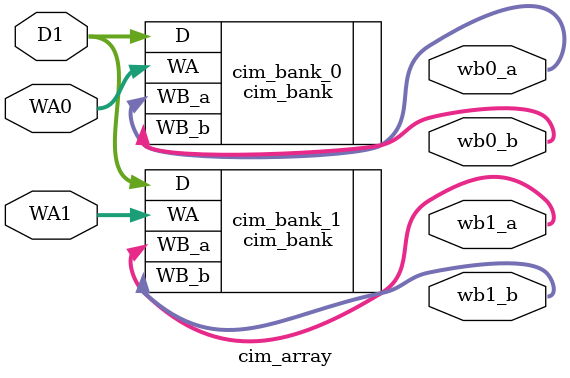
<source format=v>
module cim_array(
    input [23:0] D1,
    input [7:0] WA0, WA1,
    output [95:0] wb0_a, wb1_a,
    output [95:0] wb0_b, wb1_b
);
    
    cim_bank cim_bank_0 (
        .D(D1),
        .WA(WA0),
        .WB_a(wb0_a),
        .WB_b(wb0_b)
    );
    cim_bank cim_bank_1 (
        .D(D1),
        .WA(WA1),
        .WB_a(wb1_a),
        .WB_b(wb1_b)
    );

endmodule


</source>
